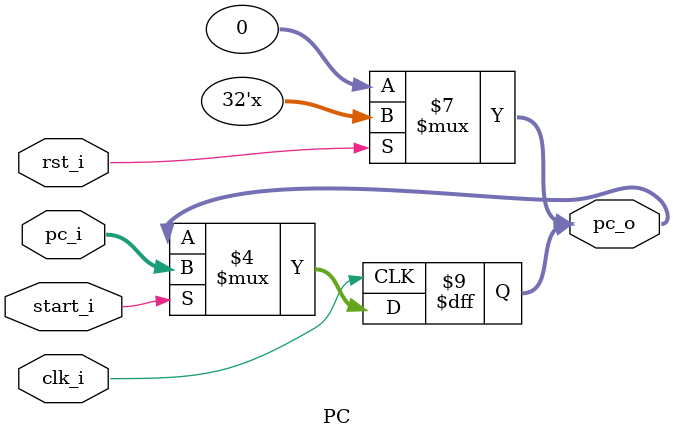
<source format=v>
module PC
(
    clk_i,
    rst_i,
    start_i,
    pc_i,
    pc_o
);

// Ports
input               clk_i;
input               rst_i;
input               start_i;
input   [31:0]      pc_i;
output  [31:0]      pc_o;

// Wires & Registers
reg     [31:0]      pc_o;

always @(*) begin
    if (~rst_i) begin
	pc_o = 32'b0;
    end
end

always@(posedge clk_i) begin
    if(start_i) begin
        pc_o <= pc_i;
    end
end

endmodule

</source>
